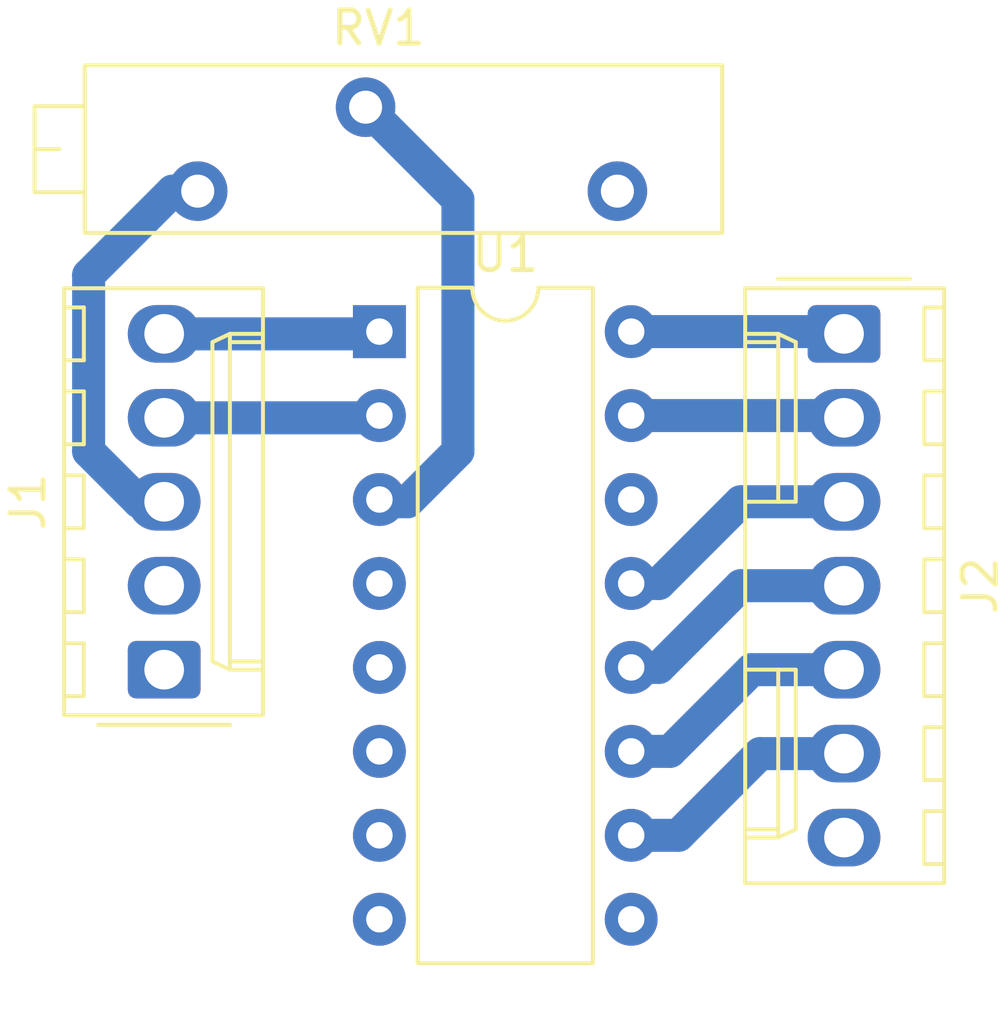
<source format=kicad_pcb>
(kicad_pcb (version 20171130) (host pcbnew "(5.1.5)-3")

  (general
    (thickness 1.6)
    (drawings 0)
    (tracks 30)
    (zones 0)
    (modules 4)
    (nets 19)
  )

  (page A4)
  (layers
    (0 F.Cu signal)
    (31 B.Cu signal)
    (32 B.Adhes user)
    (33 F.Adhes user)
    (34 B.Paste user)
    (35 F.Paste user)
    (36 B.SilkS user)
    (37 F.SilkS user)
    (38 B.Mask user)
    (39 F.Mask user)
    (40 Dwgs.User user)
    (41 Cmts.User user)
    (42 Eco1.User user)
    (43 Eco2.User user)
    (44 Edge.Cuts user)
    (45 Margin user)
    (46 B.CrtYd user)
    (47 F.CrtYd user)
    (48 B.Fab user)
    (49 F.Fab user)
  )

  (setup
    (last_trace_width 1)
    (user_trace_width 1)
    (trace_clearance 0.2)
    (zone_clearance 0.508)
    (zone_45_only no)
    (trace_min 0.2)
    (via_size 0.8)
    (via_drill 0.4)
    (via_min_size 0.4)
    (via_min_drill 0.3)
    (uvia_size 0.3)
    (uvia_drill 0.1)
    (uvias_allowed no)
    (uvia_min_size 0.2)
    (uvia_min_drill 0.1)
    (edge_width 0.05)
    (segment_width 0.2)
    (pcb_text_width 0.3)
    (pcb_text_size 1.5 1.5)
    (mod_edge_width 0.12)
    (mod_text_size 1 1)
    (mod_text_width 0.15)
    (pad_size 1.524 1.524)
    (pad_drill 0.762)
    (pad_to_mask_clearance 0.051)
    (solder_mask_min_width 0.25)
    (aux_axis_origin 0 0)
    (visible_elements 7FFFFFFF)
    (pcbplotparams
      (layerselection 0x010fc_ffffffff)
      (usegerberextensions false)
      (usegerberattributes false)
      (usegerberadvancedattributes false)
      (creategerberjobfile false)
      (excludeedgelayer true)
      (linewidth 0.100000)
      (plotframeref false)
      (viasonmask false)
      (mode 1)
      (useauxorigin false)
      (hpglpennumber 1)
      (hpglpenspeed 20)
      (hpglpendiameter 15.000000)
      (psnegative false)
      (psa4output false)
      (plotreference true)
      (plotvalue true)
      (plotinvisibletext false)
      (padsonsilk false)
      (subtractmaskfromsilk false)
      (outputformat 1)
      (mirror false)
      (drillshape 1)
      (scaleselection 1)
      (outputdirectory ""))
  )

  (net 0 "")
  (net 1 "Net-(J1-Pad2)")
  (net 2 "Net-(J1-Pad1)")
  (net 3 "Net-(J2-Pad6)")
  (net 4 "Net-(J2-Pad5)")
  (net 5 "Net-(J2-Pad4)")
  (net 6 "Net-(J2-Pad3)")
  (net 7 "Net-(J2-Pad2)")
  (net 8 "Net-(J2-Pad1)")
  (net 9 "Net-(U1-Pad8)")
  (net 10 "Net-(U1-Pad7)")
  (net 11 "Net-(U1-Pad6)")
  (net 12 "Net-(U1-Pad5)")
  (net 13 "Net-(U1-Pad4)")
  (net 14 "Net-(J1-Pad5)")
  (net 15 "Net-(J1-Pad4)")
  (net 16 "Net-(J1-Pad3)")
  (net 17 Earth)
  (net 18 "Net-(RV1-Pad2)")

  (net_class Default "Esta es la clase de red por defecto."
    (clearance 0.2)
    (trace_width 0.25)
    (via_dia 0.8)
    (via_drill 0.4)
    (uvia_dia 0.3)
    (uvia_drill 0.1)
    (add_net Earth)
    (add_net "Net-(J1-Pad1)")
    (add_net "Net-(J1-Pad2)")
    (add_net "Net-(J1-Pad3)")
    (add_net "Net-(J1-Pad4)")
    (add_net "Net-(J1-Pad5)")
    (add_net "Net-(J2-Pad1)")
    (add_net "Net-(J2-Pad2)")
    (add_net "Net-(J2-Pad3)")
    (add_net "Net-(J2-Pad4)")
    (add_net "Net-(J2-Pad5)")
    (add_net "Net-(J2-Pad6)")
    (add_net "Net-(RV1-Pad2)")
    (add_net "Net-(U1-Pad4)")
    (add_net "Net-(U1-Pad5)")
    (add_net "Net-(U1-Pad6)")
    (add_net "Net-(U1-Pad7)")
    (add_net "Net-(U1-Pad8)")
  )

  (module Connector_Molex:Molex_KK-254_AE-6410-05A_1x05_P2.54mm_Vertical (layer F.Cu) (tedit 5B78013E) (tstamp 5EF69FC4)
    (at 118.618 83.058 90)
    (descr "Molex KK-254 Interconnect System, old/engineering part number: AE-6410-05A example for new part number: 22-27-2051, 5 Pins (http://www.molex.com/pdm_docs/sd/022272021_sd.pdf), generated with kicad-footprint-generator")
    (tags "connector Molex KK-254 side entry")
    (path /5EF696C7)
    (fp_text reference J1 (at 5.08 -4.12 90) (layer F.SilkS)
      (effects (font (size 1 1) (thickness 0.15)))
    )
    (fp_text value "Entradas X5" (at 5.08 4.08 90) (layer F.Fab)
      (effects (font (size 1 1) (thickness 0.15)))
    )
    (fp_text user %R (at 5.08 -2.22 90) (layer F.Fab)
      (effects (font (size 1 1) (thickness 0.15)))
    )
    (fp_line (start 11.93 -3.42) (end -1.77 -3.42) (layer F.CrtYd) (width 0.05))
    (fp_line (start 11.93 3.38) (end 11.93 -3.42) (layer F.CrtYd) (width 0.05))
    (fp_line (start -1.77 3.38) (end 11.93 3.38) (layer F.CrtYd) (width 0.05))
    (fp_line (start -1.77 -3.42) (end -1.77 3.38) (layer F.CrtYd) (width 0.05))
    (fp_line (start 10.96 -2.43) (end 10.96 -3.03) (layer F.SilkS) (width 0.12))
    (fp_line (start 9.36 -2.43) (end 10.96 -2.43) (layer F.SilkS) (width 0.12))
    (fp_line (start 9.36 -3.03) (end 9.36 -2.43) (layer F.SilkS) (width 0.12))
    (fp_line (start 8.42 -2.43) (end 8.42 -3.03) (layer F.SilkS) (width 0.12))
    (fp_line (start 6.82 -2.43) (end 8.42 -2.43) (layer F.SilkS) (width 0.12))
    (fp_line (start 6.82 -3.03) (end 6.82 -2.43) (layer F.SilkS) (width 0.12))
    (fp_line (start 5.88 -2.43) (end 5.88 -3.03) (layer F.SilkS) (width 0.12))
    (fp_line (start 4.28 -2.43) (end 5.88 -2.43) (layer F.SilkS) (width 0.12))
    (fp_line (start 4.28 -3.03) (end 4.28 -2.43) (layer F.SilkS) (width 0.12))
    (fp_line (start 3.34 -2.43) (end 3.34 -3.03) (layer F.SilkS) (width 0.12))
    (fp_line (start 1.74 -2.43) (end 3.34 -2.43) (layer F.SilkS) (width 0.12))
    (fp_line (start 1.74 -3.03) (end 1.74 -2.43) (layer F.SilkS) (width 0.12))
    (fp_line (start 0.8 -2.43) (end 0.8 -3.03) (layer F.SilkS) (width 0.12))
    (fp_line (start -0.8 -2.43) (end 0.8 -2.43) (layer F.SilkS) (width 0.12))
    (fp_line (start -0.8 -3.03) (end -0.8 -2.43) (layer F.SilkS) (width 0.12))
    (fp_line (start 9.91 2.99) (end 9.91 1.99) (layer F.SilkS) (width 0.12))
    (fp_line (start 0.25 2.99) (end 0.25 1.99) (layer F.SilkS) (width 0.12))
    (fp_line (start 9.91 1.46) (end 10.16 1.99) (layer F.SilkS) (width 0.12))
    (fp_line (start 0.25 1.46) (end 9.91 1.46) (layer F.SilkS) (width 0.12))
    (fp_line (start 0 1.99) (end 0.25 1.46) (layer F.SilkS) (width 0.12))
    (fp_line (start 10.16 1.99) (end 10.16 2.99) (layer F.SilkS) (width 0.12))
    (fp_line (start 0 1.99) (end 10.16 1.99) (layer F.SilkS) (width 0.12))
    (fp_line (start 0 2.99) (end 0 1.99) (layer F.SilkS) (width 0.12))
    (fp_line (start -0.562893 0) (end -1.27 0.5) (layer F.Fab) (width 0.1))
    (fp_line (start -1.27 -0.5) (end -0.562893 0) (layer F.Fab) (width 0.1))
    (fp_line (start -1.67 -2) (end -1.67 2) (layer F.SilkS) (width 0.12))
    (fp_line (start 11.54 -3.03) (end -1.38 -3.03) (layer F.SilkS) (width 0.12))
    (fp_line (start 11.54 2.99) (end 11.54 -3.03) (layer F.SilkS) (width 0.12))
    (fp_line (start -1.38 2.99) (end 11.54 2.99) (layer F.SilkS) (width 0.12))
    (fp_line (start -1.38 -3.03) (end -1.38 2.99) (layer F.SilkS) (width 0.12))
    (fp_line (start 11.43 -2.92) (end -1.27 -2.92) (layer F.Fab) (width 0.1))
    (fp_line (start 11.43 2.88) (end 11.43 -2.92) (layer F.Fab) (width 0.1))
    (fp_line (start -1.27 2.88) (end 11.43 2.88) (layer F.Fab) (width 0.1))
    (fp_line (start -1.27 -2.92) (end -1.27 2.88) (layer F.Fab) (width 0.1))
    (pad 5 thru_hole oval (at 10.16 0 90) (size 1.74 2.2) (drill 1.2) (layers *.Cu *.Mask)
      (net 14 "Net-(J1-Pad5)"))
    (pad 4 thru_hole oval (at 7.62 0 90) (size 1.74 2.2) (drill 1.2) (layers *.Cu *.Mask)
      (net 15 "Net-(J1-Pad4)"))
    (pad 3 thru_hole oval (at 5.08 0 90) (size 1.74 2.2) (drill 1.2) (layers *.Cu *.Mask)
      (net 16 "Net-(J1-Pad3)"))
    (pad 2 thru_hole oval (at 2.54 0 90) (size 1.74 2.2) (drill 1.2) (layers *.Cu *.Mask)
      (net 1 "Net-(J1-Pad2)"))
    (pad 1 thru_hole roundrect (at 0 0 90) (size 1.74 2.2) (drill 1.2) (layers *.Cu *.Mask) (roundrect_rratio 0.143678)
      (net 2 "Net-(J1-Pad1)"))
    (model ${KISYS3DMOD}/Connector_Molex.3dshapes/Molex_KK-254_AE-6410-05A_1x05_P2.54mm_Vertical.wrl
      (at (xyz 0 0 0))
      (scale (xyz 1 1 1))
      (rotate (xyz 0 0 0))
    )
  )

  (module Potentiometer_THT:Potentiometer_Bourns_3006P_Horizontal (layer F.Cu) (tedit 5A3D4994) (tstamp 5EF6A05C)
    (at 132.334 68.58)
    (descr "Potentiometer, horizontal, Bourns 3006P, https://www.bourns.com/docs/Product-Datasheets/3006.pdf")
    (tags "Potentiometer horizontal Bourns 3006P")
    (path /5EF6BB3C)
    (fp_text reference RV1 (at -7.235 -4.935) (layer F.SilkS)
      (effects (font (size 1 1) (thickness 0.15)))
    )
    (fp_text value 500k (at -7.235 2.395) (layer F.Fab)
      (effects (font (size 1 1) (thickness 0.15)))
    )
    (fp_text user %R (at -6.475 -1.27) (layer F.Fab)
      (effects (font (size 1 1) (thickness 0.15)))
    )
    (fp_line (start 3.35 -3.95) (end -17.8 -3.95) (layer F.CrtYd) (width 0.05))
    (fp_line (start 3.35 1.4) (end 3.35 -3.95) (layer F.CrtYd) (width 0.05))
    (fp_line (start -17.8 1.4) (end 3.35 1.4) (layer F.CrtYd) (width 0.05))
    (fp_line (start -17.8 -3.95) (end -17.8 1.4) (layer F.CrtYd) (width 0.05))
    (fp_line (start -17.64 -1.27) (end -16.881 -1.27) (layer F.SilkS) (width 0.12))
    (fp_line (start -16.121 -2.569) (end -16.121 0.03) (layer F.SilkS) (width 0.12))
    (fp_line (start -17.64 -2.569) (end -17.64 0.03) (layer F.SilkS) (width 0.12))
    (fp_line (start -17.64 0.03) (end -16.121 0.03) (layer F.SilkS) (width 0.12))
    (fp_line (start -17.64 -2.569) (end -16.121 -2.569) (layer F.SilkS) (width 0.12))
    (fp_line (start 3.17 -3.805) (end 3.17 1.265) (layer F.SilkS) (width 0.12))
    (fp_line (start -16.12 -3.805) (end -16.12 1.265) (layer F.SilkS) (width 0.12))
    (fp_line (start -16.12 1.265) (end 3.17 1.265) (layer F.SilkS) (width 0.12))
    (fp_line (start -16.12 -3.805) (end 3.17 -3.805) (layer F.SilkS) (width 0.12))
    (fp_line (start -17.52 -1.27) (end -16.76 -1.27) (layer F.Fab) (width 0.1))
    (fp_line (start -16 -2.45) (end -17.52 -2.45) (layer F.Fab) (width 0.1))
    (fp_line (start -16 -0.09) (end -16 -2.45) (layer F.Fab) (width 0.1))
    (fp_line (start -17.52 -0.09) (end -16 -0.09) (layer F.Fab) (width 0.1))
    (fp_line (start -17.52 -2.45) (end -17.52 -0.09) (layer F.Fab) (width 0.1))
    (fp_line (start 3.05 -3.685) (end -16 -3.685) (layer F.Fab) (width 0.1))
    (fp_line (start 3.05 1.145) (end 3.05 -3.685) (layer F.Fab) (width 0.1))
    (fp_line (start -16 1.145) (end 3.05 1.145) (layer F.Fab) (width 0.1))
    (fp_line (start -16 -3.685) (end -16 1.145) (layer F.Fab) (width 0.1))
    (pad 3 thru_hole circle (at -12.7 0) (size 1.8 1.8) (drill 1) (layers *.Cu *.Mask)
      (net 16 "Net-(J1-Pad3)"))
    (pad 2 thru_hole circle (at -7.62 -2.54) (size 1.8 1.8) (drill 1) (layers *.Cu *.Mask)
      (net 18 "Net-(RV1-Pad2)"))
    (pad 1 thru_hole circle (at 0 0) (size 1.8 1.8) (drill 1) (layers *.Cu *.Mask)
      (net 17 Earth))
    (model ${KISYS3DMOD}/Potentiometer_THT.3dshapes/Potentiometer_Bourns_3006P_Horizontal.wrl
      (at (xyz 0 0 0))
      (scale (xyz 1 1 1))
      (rotate (xyz 0 0 0))
    )
  )

  (module Package_DIP:DIP-16_W7.62mm (layer F.Cu) (tedit 5A02E8C5) (tstamp 5EF4EF16)
    (at 125.132 72.83)
    (descr "16-lead though-hole mounted DIP package, row spacing 7.62 mm (300 mils)")
    (tags "THT DIP DIL PDIP 2.54mm 7.62mm 300mil")
    (path /5EF4E0FD)
    (fp_text reference U1 (at 3.81 -2.33) (layer F.SilkS)
      (effects (font (size 1 1) (thickness 0.15)))
    )
    (fp_text value MCP3008 (at 3.81 20.11) (layer F.Fab)
      (effects (font (size 1 1) (thickness 0.15)))
    )
    (fp_text user %R (at 3.81 8.89) (layer F.Fab)
      (effects (font (size 1 1) (thickness 0.15)))
    )
    (fp_line (start 8.7 -1.55) (end -1.1 -1.55) (layer F.CrtYd) (width 0.05))
    (fp_line (start 8.7 19.3) (end 8.7 -1.55) (layer F.CrtYd) (width 0.05))
    (fp_line (start -1.1 19.3) (end 8.7 19.3) (layer F.CrtYd) (width 0.05))
    (fp_line (start -1.1 -1.55) (end -1.1 19.3) (layer F.CrtYd) (width 0.05))
    (fp_line (start 6.46 -1.33) (end 4.81 -1.33) (layer F.SilkS) (width 0.12))
    (fp_line (start 6.46 19.11) (end 6.46 -1.33) (layer F.SilkS) (width 0.12))
    (fp_line (start 1.16 19.11) (end 6.46 19.11) (layer F.SilkS) (width 0.12))
    (fp_line (start 1.16 -1.33) (end 1.16 19.11) (layer F.SilkS) (width 0.12))
    (fp_line (start 2.81 -1.33) (end 1.16 -1.33) (layer F.SilkS) (width 0.12))
    (fp_line (start 0.635 -0.27) (end 1.635 -1.27) (layer F.Fab) (width 0.1))
    (fp_line (start 0.635 19.05) (end 0.635 -0.27) (layer F.Fab) (width 0.1))
    (fp_line (start 6.985 19.05) (end 0.635 19.05) (layer F.Fab) (width 0.1))
    (fp_line (start 6.985 -1.27) (end 6.985 19.05) (layer F.Fab) (width 0.1))
    (fp_line (start 1.635 -1.27) (end 6.985 -1.27) (layer F.Fab) (width 0.1))
    (fp_arc (start 3.81 -1.33) (end 2.81 -1.33) (angle -180) (layer F.SilkS) (width 0.12))
    (pad 16 thru_hole oval (at 7.62 0) (size 1.6 1.6) (drill 0.8) (layers *.Cu *.Mask)
      (net 8 "Net-(J2-Pad1)"))
    (pad 8 thru_hole oval (at 0 17.78) (size 1.6 1.6) (drill 0.8) (layers *.Cu *.Mask)
      (net 9 "Net-(U1-Pad8)"))
    (pad 15 thru_hole oval (at 7.62 2.54) (size 1.6 1.6) (drill 0.8) (layers *.Cu *.Mask)
      (net 7 "Net-(J2-Pad2)"))
    (pad 7 thru_hole oval (at 0 15.24) (size 1.6 1.6) (drill 0.8) (layers *.Cu *.Mask)
      (net 10 "Net-(U1-Pad7)"))
    (pad 14 thru_hole oval (at 7.62 5.08) (size 1.6 1.6) (drill 0.8) (layers *.Cu *.Mask)
      (net 17 Earth))
    (pad 6 thru_hole oval (at 0 12.7) (size 1.6 1.6) (drill 0.8) (layers *.Cu *.Mask)
      (net 11 "Net-(U1-Pad6)"))
    (pad 13 thru_hole oval (at 7.62 7.62) (size 1.6 1.6) (drill 0.8) (layers *.Cu *.Mask)
      (net 6 "Net-(J2-Pad3)"))
    (pad 5 thru_hole oval (at 0 10.16) (size 1.6 1.6) (drill 0.8) (layers *.Cu *.Mask)
      (net 12 "Net-(U1-Pad5)"))
    (pad 12 thru_hole oval (at 7.62 10.16) (size 1.6 1.6) (drill 0.8) (layers *.Cu *.Mask)
      (net 5 "Net-(J2-Pad4)"))
    (pad 4 thru_hole oval (at 0 7.62) (size 1.6 1.6) (drill 0.8) (layers *.Cu *.Mask)
      (net 13 "Net-(U1-Pad4)"))
    (pad 11 thru_hole oval (at 7.62 12.7) (size 1.6 1.6) (drill 0.8) (layers *.Cu *.Mask)
      (net 4 "Net-(J2-Pad5)"))
    (pad 3 thru_hole oval (at 0 5.08) (size 1.6 1.6) (drill 0.8) (layers *.Cu *.Mask)
      (net 18 "Net-(RV1-Pad2)"))
    (pad 10 thru_hole oval (at 7.62 15.24) (size 1.6 1.6) (drill 0.8) (layers *.Cu *.Mask)
      (net 3 "Net-(J2-Pad6)"))
    (pad 2 thru_hole oval (at 0 2.54) (size 1.6 1.6) (drill 0.8) (layers *.Cu *.Mask)
      (net 15 "Net-(J1-Pad4)"))
    (pad 9 thru_hole oval (at 7.62 17.78) (size 1.6 1.6) (drill 0.8) (layers *.Cu *.Mask)
      (net 17 Earth))
    (pad 1 thru_hole rect (at 0 0) (size 1.6 1.6) (drill 0.8) (layers *.Cu *.Mask)
      (net 14 "Net-(J1-Pad5)"))
    (model ${KISYS3DMOD}/Package_DIP.3dshapes/DIP-16_W7.62mm.wrl
      (at (xyz 0 0 0))
      (scale (xyz 1 1 1))
      (rotate (xyz 0 0 0))
    )
  )

  (module Connector_Molex:Molex_KK-254_AE-6410-07A_1x07_P2.54mm_Vertical (layer F.Cu) (tedit 5B78013E) (tstamp 5EF4EEF2)
    (at 139.192 72.898 270)
    (descr "Molex KK-254 Interconnect System, old/engineering part number: AE-6410-07A example for new part number: 22-27-2071, 7 Pins (http://www.molex.com/pdm_docs/sd/022272021_sd.pdf), generated with kicad-footprint-generator")
    (tags "connector Molex KK-254 side entry")
    (path /5EF54988)
    (fp_text reference J2 (at 7.62 -4.12 90) (layer F.SilkS)
      (effects (font (size 1 1) (thickness 0.15)))
    )
    (fp_text value Screw_Terminal_01x07 (at 7.62 4.08 90) (layer F.Fab)
      (effects (font (size 1 1) (thickness 0.15)))
    )
    (fp_text user %R (at 7.62 -2.22 90) (layer F.Fab)
      (effects (font (size 1 1) (thickness 0.15)))
    )
    (fp_line (start 17.01 -3.42) (end -1.77 -3.42) (layer F.CrtYd) (width 0.05))
    (fp_line (start 17.01 3.38) (end 17.01 -3.42) (layer F.CrtYd) (width 0.05))
    (fp_line (start -1.77 3.38) (end 17.01 3.38) (layer F.CrtYd) (width 0.05))
    (fp_line (start -1.77 -3.42) (end -1.77 3.38) (layer F.CrtYd) (width 0.05))
    (fp_line (start 16.04 -2.43) (end 16.04 -3.03) (layer F.SilkS) (width 0.12))
    (fp_line (start 14.44 -2.43) (end 16.04 -2.43) (layer F.SilkS) (width 0.12))
    (fp_line (start 14.44 -3.03) (end 14.44 -2.43) (layer F.SilkS) (width 0.12))
    (fp_line (start 13.5 -2.43) (end 13.5 -3.03) (layer F.SilkS) (width 0.12))
    (fp_line (start 11.9 -2.43) (end 13.5 -2.43) (layer F.SilkS) (width 0.12))
    (fp_line (start 11.9 -3.03) (end 11.9 -2.43) (layer F.SilkS) (width 0.12))
    (fp_line (start 10.96 -2.43) (end 10.96 -3.03) (layer F.SilkS) (width 0.12))
    (fp_line (start 9.36 -2.43) (end 10.96 -2.43) (layer F.SilkS) (width 0.12))
    (fp_line (start 9.36 -3.03) (end 9.36 -2.43) (layer F.SilkS) (width 0.12))
    (fp_line (start 8.42 -2.43) (end 8.42 -3.03) (layer F.SilkS) (width 0.12))
    (fp_line (start 6.82 -2.43) (end 8.42 -2.43) (layer F.SilkS) (width 0.12))
    (fp_line (start 6.82 -3.03) (end 6.82 -2.43) (layer F.SilkS) (width 0.12))
    (fp_line (start 5.88 -2.43) (end 5.88 -3.03) (layer F.SilkS) (width 0.12))
    (fp_line (start 4.28 -2.43) (end 5.88 -2.43) (layer F.SilkS) (width 0.12))
    (fp_line (start 4.28 -3.03) (end 4.28 -2.43) (layer F.SilkS) (width 0.12))
    (fp_line (start 3.34 -2.43) (end 3.34 -3.03) (layer F.SilkS) (width 0.12))
    (fp_line (start 1.74 -2.43) (end 3.34 -2.43) (layer F.SilkS) (width 0.12))
    (fp_line (start 1.74 -3.03) (end 1.74 -2.43) (layer F.SilkS) (width 0.12))
    (fp_line (start 0.8 -2.43) (end 0.8 -3.03) (layer F.SilkS) (width 0.12))
    (fp_line (start -0.8 -2.43) (end 0.8 -2.43) (layer F.SilkS) (width 0.12))
    (fp_line (start -0.8 -3.03) (end -0.8 -2.43) (layer F.SilkS) (width 0.12))
    (fp_line (start 14.99 2.99) (end 14.99 1.99) (layer F.SilkS) (width 0.12))
    (fp_line (start 10.16 1.46) (end 10.16 1.99) (layer F.SilkS) (width 0.12))
    (fp_line (start 14.99 1.46) (end 10.16 1.46) (layer F.SilkS) (width 0.12))
    (fp_line (start 15.24 1.99) (end 14.99 1.46) (layer F.SilkS) (width 0.12))
    (fp_line (start 10.16 1.99) (end 10.16 2.99) (layer F.SilkS) (width 0.12))
    (fp_line (start 15.24 1.99) (end 10.16 1.99) (layer F.SilkS) (width 0.12))
    (fp_line (start 15.24 2.99) (end 15.24 1.99) (layer F.SilkS) (width 0.12))
    (fp_line (start 0.25 2.99) (end 0.25 1.99) (layer F.SilkS) (width 0.12))
    (fp_line (start 5.08 1.46) (end 5.08 1.99) (layer F.SilkS) (width 0.12))
    (fp_line (start 0.25 1.46) (end 5.08 1.46) (layer F.SilkS) (width 0.12))
    (fp_line (start 0 1.99) (end 0.25 1.46) (layer F.SilkS) (width 0.12))
    (fp_line (start 5.08 1.99) (end 5.08 2.99) (layer F.SilkS) (width 0.12))
    (fp_line (start 0 1.99) (end 5.08 1.99) (layer F.SilkS) (width 0.12))
    (fp_line (start 0 2.99) (end 0 1.99) (layer F.SilkS) (width 0.12))
    (fp_line (start -0.562893 0) (end -1.27 0.5) (layer F.Fab) (width 0.1))
    (fp_line (start -1.27 -0.5) (end -0.562893 0) (layer F.Fab) (width 0.1))
    (fp_line (start -1.67 -2) (end -1.67 2) (layer F.SilkS) (width 0.12))
    (fp_line (start 16.62 -3.03) (end -1.38 -3.03) (layer F.SilkS) (width 0.12))
    (fp_line (start 16.62 2.99) (end 16.62 -3.03) (layer F.SilkS) (width 0.12))
    (fp_line (start -1.38 2.99) (end 16.62 2.99) (layer F.SilkS) (width 0.12))
    (fp_line (start -1.38 -3.03) (end -1.38 2.99) (layer F.SilkS) (width 0.12))
    (fp_line (start 16.51 -2.92) (end -1.27 -2.92) (layer F.Fab) (width 0.1))
    (fp_line (start 16.51 2.88) (end 16.51 -2.92) (layer F.Fab) (width 0.1))
    (fp_line (start -1.27 2.88) (end 16.51 2.88) (layer F.Fab) (width 0.1))
    (fp_line (start -1.27 -2.92) (end -1.27 2.88) (layer F.Fab) (width 0.1))
    (pad 7 thru_hole oval (at 15.24 0 270) (size 1.74 2.2) (drill 1.2) (layers *.Cu *.Mask)
      (net 17 Earth))
    (pad 6 thru_hole oval (at 12.7 0 270) (size 1.74 2.2) (drill 1.2) (layers *.Cu *.Mask)
      (net 3 "Net-(J2-Pad6)"))
    (pad 5 thru_hole oval (at 10.16 0 270) (size 1.74 2.2) (drill 1.2) (layers *.Cu *.Mask)
      (net 4 "Net-(J2-Pad5)"))
    (pad 4 thru_hole oval (at 7.62 0 270) (size 1.74 2.2) (drill 1.2) (layers *.Cu *.Mask)
      (net 5 "Net-(J2-Pad4)"))
    (pad 3 thru_hole oval (at 5.08 0 270) (size 1.74 2.2) (drill 1.2) (layers *.Cu *.Mask)
      (net 6 "Net-(J2-Pad3)"))
    (pad 2 thru_hole oval (at 2.54 0 270) (size 1.74 2.2) (drill 1.2) (layers *.Cu *.Mask)
      (net 7 "Net-(J2-Pad2)"))
    (pad 1 thru_hole roundrect (at 0 0 270) (size 1.74 2.2) (drill 1.2) (layers *.Cu *.Mask) (roundrect_rratio 0.143678)
      (net 8 "Net-(J2-Pad1)"))
    (model ${KISYS3DMOD}/Connector_Molex.3dshapes/Molex_KK-254_AE-6410-07A_1x07_P2.54mm_Vertical.wrl
      (at (xyz 0 0 0))
      (scale (xyz 1 1 1))
      (rotate (xyz 0 0 0))
    )
  )

  (segment (start 136.652 85.598) (end 139.192 85.598) (width 1) (layer B.Cu) (net 3))
  (segment (start 132.752 88.07) (end 134.18 88.07) (width 1) (layer B.Cu) (net 3))
  (segment (start 134.18 88.07) (end 136.652 85.598) (width 1) (layer B.Cu) (net 3))
  (segment (start 136.398 83.058) (end 139.192 83.058) (width 1) (layer B.Cu) (net 4))
  (segment (start 132.752 85.53) (end 133.926 85.53) (width 1) (layer B.Cu) (net 4))
  (segment (start 133.926 85.53) (end 136.398 83.058) (width 1) (layer B.Cu) (net 4))
  (segment (start 136.065 80.518) (end 139.192 80.518) (width 1) (layer B.Cu) (net 5))
  (segment (start 132.752 82.99) (end 133.593 82.99) (width 1) (layer B.Cu) (net 5))
  (segment (start 133.593 82.99) (end 136.065 80.518) (width 1) (layer B.Cu) (net 5))
  (segment (start 136.065 77.978) (end 139.192 77.978) (width 1) (layer B.Cu) (net 6))
  (segment (start 132.752 80.45) (end 133.593 80.45) (width 1) (layer B.Cu) (net 6))
  (segment (start 133.593 80.45) (end 136.065 77.978) (width 1) (layer B.Cu) (net 6))
  (segment (start 139.124 75.37) (end 139.192 75.438) (width 1) (layer B.Cu) (net 7))
  (segment (start 132.752 75.37) (end 139.124 75.37) (width 1) (layer B.Cu) (net 7))
  (segment (start 139.124 72.83) (end 139.192 72.898) (width 1) (layer B.Cu) (net 8))
  (segment (start 132.752 72.83) (end 139.124 72.83) (width 1) (layer B.Cu) (net 8))
  (segment (start 125.064 72.898) (end 125.132 72.83) (width 1) (layer B.Cu) (net 14))
  (segment (start 118.618 72.898) (end 125.064 72.898) (width 1) (layer B.Cu) (net 14))
  (segment (start 125.064 75.438) (end 125.132 75.37) (width 1) (layer B.Cu) (net 15))
  (segment (start 118.618 75.438) (end 125.064 75.438) (width 1) (layer B.Cu) (net 15))
  (segment (start 118.872 68.58) (end 119.634 68.58) (width 1) (layer B.Cu) (net 16))
  (segment (start 116.332 71.12) (end 118.872 68.58) (width 1) (layer B.Cu) (net 16))
  (segment (start 116.332 76.454) (end 116.332 71.12) (width 1) (layer B.Cu) (net 16))
  (segment (start 118.618 77.978) (end 117.856 77.978) (width 1) (layer B.Cu) (net 16))
  (segment (start 117.856 77.978) (end 116.332 76.454) (width 1) (layer B.Cu) (net 16))
  (segment (start 127.508 76.454) (end 125.984 77.978) (width 1) (layer B.Cu) (net 18))
  (segment (start 125.2 77.978) (end 125.132 77.91) (width 1) (layer B.Cu) (net 18))
  (segment (start 124.714 66.04) (end 127.508 68.834) (width 1) (layer B.Cu) (net 18))
  (segment (start 125.984 77.978) (end 125.2 77.978) (width 1) (layer B.Cu) (net 18))
  (segment (start 127.508 68.834) (end 127.508 76.454) (width 1) (layer B.Cu) (net 18))

)

</source>
